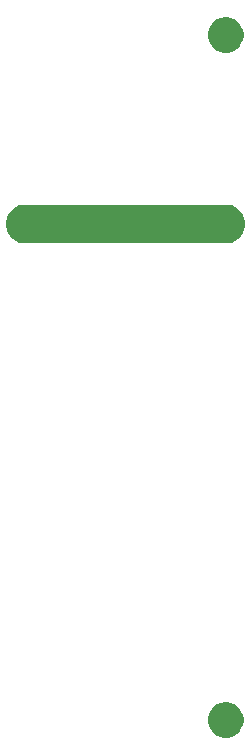
<source format=gbr>
%TF.GenerationSoftware,Altium Limited,Altium Designer,24.8.2 (39)*%
G04 Layer_Color=0*
%FSLAX23Y23*%
%MOIN*%
%TF.SameCoordinates,E45D6481-7DA0-4D02-B8B5-7C240292B1B8*%
%TF.FilePolarity,Positive*%
%TF.FileFunction,NonPlated,1,2,NPTH,Drill*%
%TF.Part,Single*%
G01*
G75*
G36*
X1398Y2131D02*
X2067D01*
X2072D01*
X2083Y2133D01*
X2093Y2137D01*
X2101Y2143D01*
X2109Y2151D01*
X2115Y2159D01*
X2119Y2169D01*
X2121Y2180D01*
Y2185D01*
Y2190D01*
X2119Y2201D01*
X2115Y2211D01*
X2109Y2219D01*
X2101Y2227D01*
X2093Y2233D01*
X2083Y2237D01*
X2072Y2239D01*
X2067D01*
D01*
X1398D01*
X1392D01*
X1382Y2237D01*
X1372Y2233D01*
X1363Y2227D01*
X1356Y2219D01*
X1350Y2211D01*
X1346Y2201D01*
X1344Y2190D01*
Y2185D01*
Y2180D01*
X1346Y2169D01*
X1350Y2159D01*
X1356Y2151D01*
X1363Y2143D01*
X1372Y2137D01*
X1382Y2133D01*
X1392Y2131D01*
X1398D01*
D01*
D02*
G37*
G36*
Y2121D02*
X2067D01*
X2073D01*
X2086Y2123D01*
X2097Y2128D01*
X2108Y2135D01*
X2117Y2144D01*
X2124Y2155D01*
X2129Y2166D01*
X2131Y2179D01*
Y2185D01*
Y2191D01*
X2129Y2204D01*
X2124Y2215D01*
X2117Y2226D01*
X2108Y2235D01*
X2097Y2242D01*
X2086Y2247D01*
X2073Y2249D01*
X2067D01*
D01*
X1398D01*
X1391D01*
X1379Y2247D01*
X1367Y2242D01*
X1357Y2235D01*
X1348Y2226D01*
X1341Y2215D01*
X1336Y2204D01*
X1334Y2191D01*
Y2185D01*
Y2179D01*
X1336Y2166D01*
X1341Y2155D01*
X1348Y2144D01*
X1357Y2135D01*
X1367Y2128D01*
X1379Y2123D01*
X1391Y2121D01*
X1398D01*
D01*
D02*
G37*
G36*
Y2126D02*
X1392D01*
X1380Y2128D01*
X1370Y2133D01*
X1360Y2139D01*
X1352Y2147D01*
X1345Y2157D01*
X1341Y2168D01*
X1339Y2179D01*
Y2185D01*
Y2191D01*
X1341Y2202D01*
X1345Y2213D01*
X1352Y2223D01*
X1360Y2231D01*
X1370Y2237D01*
X1380Y2242D01*
X1392Y2244D01*
X1398D01*
D01*
X2067D01*
X2073D01*
X2084Y2242D01*
X2095Y2237D01*
X2105Y2231D01*
X2113Y2223D01*
X2119Y2213D01*
X2124Y2202D01*
X2126Y2191D01*
Y2185D01*
Y2179D01*
X2124Y2168D01*
X2119Y2157D01*
X2113Y2147D01*
X2105Y2139D01*
X2095Y2133D01*
X2084Y2128D01*
X2073Y2126D01*
X2067D01*
D01*
X1398D01*
D02*
G37*
G36*
X2008Y531D02*
Y526D01*
X2010Y514D01*
X2015Y504D01*
X2021Y494D01*
X2029Y486D01*
X2039Y479D01*
X2050Y475D01*
X2061Y472D01*
X2067D01*
X2073D01*
X2084Y475D01*
X2095Y479D01*
X2105Y486D01*
X2113Y494D01*
X2119Y504D01*
X2124Y514D01*
X2126Y526D01*
Y531D01*
Y537D01*
X2124Y549D01*
X2119Y559D01*
X2113Y569D01*
X2105Y577D01*
X2095Y584D01*
X2084Y588D01*
X2073Y591D01*
X2067D01*
X2061D01*
X2050Y588D01*
X2039Y584D01*
X2029Y577D01*
X2021Y569D01*
X2015Y559D01*
X2010Y549D01*
X2008Y537D01*
Y531D01*
D01*
D02*
G37*
G36*
X2067Y2756D02*
X2061D01*
X2050Y2758D01*
X2039Y2763D01*
X2029Y2769D01*
X2021Y2777D01*
X2015Y2787D01*
X2010Y2798D01*
X2008Y2809D01*
Y2815D01*
Y2821D01*
X2010Y2832D01*
X2015Y2843D01*
X2021Y2853D01*
X2029Y2861D01*
X2039Y2867D01*
X2050Y2872D01*
X2061Y2874D01*
X2067D01*
X2073D01*
X2084Y2872D01*
X2095Y2867D01*
X2105Y2861D01*
X2113Y2853D01*
X2119Y2843D01*
X2124Y2832D01*
X2126Y2821D01*
Y2815D01*
Y2809D01*
X2124Y2798D01*
X2119Y2787D01*
X2113Y2777D01*
X2105Y2769D01*
X2095Y2763D01*
X2084Y2758D01*
X2073Y2756D01*
X2067D01*
D01*
D02*
G37*
%TF.MD5,f7e9d699253d9c27fbe92860b8edc2a2*%
M02*

</source>
